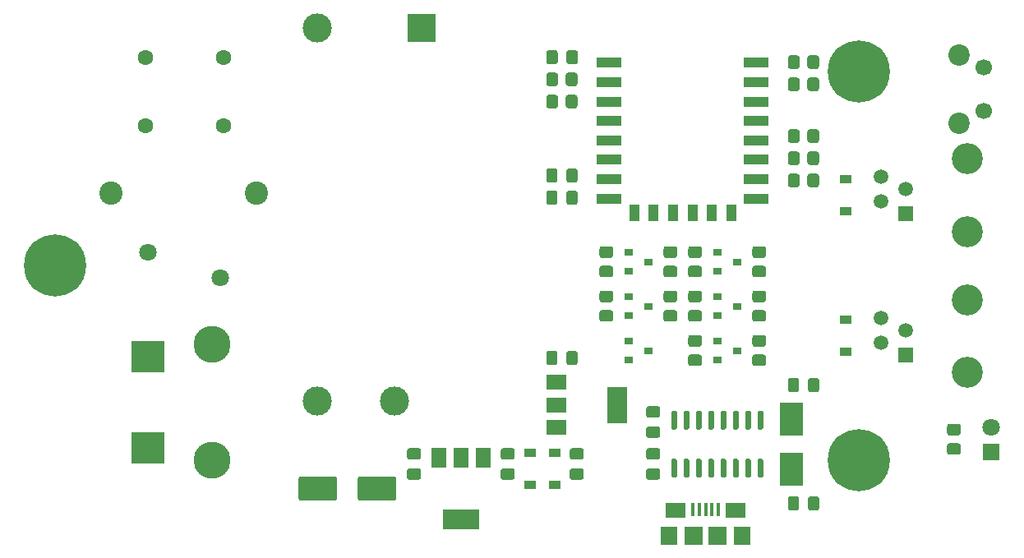
<source format=gbr>
%TF.GenerationSoftware,KiCad,Pcbnew,(5.1.9)-1*%
%TF.CreationDate,2021-08-08T17:51:26+03:00*%
%TF.ProjectId,ESP8266DevBoard,45535038-3236-4364-9465-76426f617264,1.0*%
%TF.SameCoordinates,Original*%
%TF.FileFunction,Soldermask,Top*%
%TF.FilePolarity,Negative*%
%FSLAX46Y46*%
G04 Gerber Fmt 4.6, Leading zero omitted, Abs format (unit mm)*
G04 Created by KiCad (PCBNEW (5.1.9)-1) date 2021-08-08 17:51:26*
%MOMM*%
%LPD*%
G01*
G04 APERTURE LIST*
%ADD10C,0.100000*%
%ADD11C,3.200000*%
%ADD12C,1.500000*%
%ADD13R,1.500000X1.500000*%
%ADD14C,6.400000*%
%ADD15R,2.400000X3.500000*%
%ADD16R,2.000000X1.500000*%
%ADD17R,2.000000X3.800000*%
%ADD18R,1.500000X2.000000*%
%ADD19R,3.800000X2.000000*%
%ADD20R,2.500000X1.000000*%
%ADD21R,1.000000X1.800000*%
%ADD22C,1.700000*%
%ADD23C,2.200000*%
%ADD24C,1.800000*%
%ADD25R,0.900000X0.800000*%
%ADD26R,3.000000X3.000000*%
%ADD27C,3.000000*%
%ADD28C,1.600000*%
%ADD29C,3.800000*%
%ADD30R,1.800000X1.900000*%
%ADD31R,1.900000X1.900000*%
%ADD32R,0.400000X1.350000*%
%ADD33R,2.100000X1.600000*%
%ADD34R,3.430000X3.250000*%
%ADD35R,1.200000X0.900000*%
%ADD36R,1.800000X1.800000*%
%ADD37C,2.400000*%
G04 APERTURE END LIST*
D10*
%TO.C,SW1*%
X198795000Y-48280000D02*
G75*
G03*
X198795000Y-48280000I-635000J0D01*
G01*
X198795000Y-55280000D02*
G75*
G03*
X198795000Y-55280000I-635000J0D01*
G01*
X201104500Y-54030000D02*
G75*
G03*
X201104500Y-54030000I-444500J0D01*
G01*
X201104500Y-49530000D02*
G75*
G03*
X201104500Y-49530000I-444500J0D01*
G01*
%TD*%
D11*
%TO.C,J2*%
X199000000Y-73500000D03*
X199000000Y-81000000D03*
D12*
X190110000Y-75345000D03*
X192650000Y-76615000D03*
X190110000Y-77885000D03*
D13*
X192650000Y-79155000D03*
%TD*%
D11*
%TO.C,J3*%
X199000000Y-59000000D03*
X199000000Y-66500000D03*
D12*
X190110000Y-60845000D03*
X192650000Y-62115000D03*
X190110000Y-63385000D03*
D13*
X192650000Y-64655000D03*
%TD*%
D14*
%TO.C,H1*%
X105050000Y-70000000D03*
%TD*%
%TO.C,H3*%
X187800000Y-50000000D03*
%TD*%
%TO.C,H2*%
X187800000Y-90000000D03*
%TD*%
D15*
%TO.C,Y1*%
X180848000Y-90992000D03*
X180848000Y-85792000D03*
%TD*%
D16*
%TO.C,U4*%
X156616000Y-82028000D03*
X156616000Y-86628000D03*
X156616000Y-84328000D03*
D17*
X162916000Y-84328000D03*
%TD*%
D18*
%TO.C,U3*%
X149112000Y-89814000D03*
X144512000Y-89814000D03*
X146812000Y-89814000D03*
D19*
X146812000Y-96114000D03*
%TD*%
%TO.C,U2*%
G36*
G01*
X168933000Y-86892000D02*
X168633000Y-86892000D01*
G75*
G02*
X168483000Y-86742000I0J150000D01*
G01*
X168483000Y-85092000D01*
G75*
G02*
X168633000Y-84942000I150000J0D01*
G01*
X168933000Y-84942000D01*
G75*
G02*
X169083000Y-85092000I0J-150000D01*
G01*
X169083000Y-86742000D01*
G75*
G02*
X168933000Y-86892000I-150000J0D01*
G01*
G37*
G36*
G01*
X170203000Y-86892000D02*
X169903000Y-86892000D01*
G75*
G02*
X169753000Y-86742000I0J150000D01*
G01*
X169753000Y-85092000D01*
G75*
G02*
X169903000Y-84942000I150000J0D01*
G01*
X170203000Y-84942000D01*
G75*
G02*
X170353000Y-85092000I0J-150000D01*
G01*
X170353000Y-86742000D01*
G75*
G02*
X170203000Y-86892000I-150000J0D01*
G01*
G37*
G36*
G01*
X171473000Y-86892000D02*
X171173000Y-86892000D01*
G75*
G02*
X171023000Y-86742000I0J150000D01*
G01*
X171023000Y-85092000D01*
G75*
G02*
X171173000Y-84942000I150000J0D01*
G01*
X171473000Y-84942000D01*
G75*
G02*
X171623000Y-85092000I0J-150000D01*
G01*
X171623000Y-86742000D01*
G75*
G02*
X171473000Y-86892000I-150000J0D01*
G01*
G37*
G36*
G01*
X172743000Y-86892000D02*
X172443000Y-86892000D01*
G75*
G02*
X172293000Y-86742000I0J150000D01*
G01*
X172293000Y-85092000D01*
G75*
G02*
X172443000Y-84942000I150000J0D01*
G01*
X172743000Y-84942000D01*
G75*
G02*
X172893000Y-85092000I0J-150000D01*
G01*
X172893000Y-86742000D01*
G75*
G02*
X172743000Y-86892000I-150000J0D01*
G01*
G37*
G36*
G01*
X174013000Y-86892000D02*
X173713000Y-86892000D01*
G75*
G02*
X173563000Y-86742000I0J150000D01*
G01*
X173563000Y-85092000D01*
G75*
G02*
X173713000Y-84942000I150000J0D01*
G01*
X174013000Y-84942000D01*
G75*
G02*
X174163000Y-85092000I0J-150000D01*
G01*
X174163000Y-86742000D01*
G75*
G02*
X174013000Y-86892000I-150000J0D01*
G01*
G37*
G36*
G01*
X175283000Y-86892000D02*
X174983000Y-86892000D01*
G75*
G02*
X174833000Y-86742000I0J150000D01*
G01*
X174833000Y-85092000D01*
G75*
G02*
X174983000Y-84942000I150000J0D01*
G01*
X175283000Y-84942000D01*
G75*
G02*
X175433000Y-85092000I0J-150000D01*
G01*
X175433000Y-86742000D01*
G75*
G02*
X175283000Y-86892000I-150000J0D01*
G01*
G37*
G36*
G01*
X176553000Y-86892000D02*
X176253000Y-86892000D01*
G75*
G02*
X176103000Y-86742000I0J150000D01*
G01*
X176103000Y-85092000D01*
G75*
G02*
X176253000Y-84942000I150000J0D01*
G01*
X176553000Y-84942000D01*
G75*
G02*
X176703000Y-85092000I0J-150000D01*
G01*
X176703000Y-86742000D01*
G75*
G02*
X176553000Y-86892000I-150000J0D01*
G01*
G37*
G36*
G01*
X177823000Y-86892000D02*
X177523000Y-86892000D01*
G75*
G02*
X177373000Y-86742000I0J150000D01*
G01*
X177373000Y-85092000D01*
G75*
G02*
X177523000Y-84942000I150000J0D01*
G01*
X177823000Y-84942000D01*
G75*
G02*
X177973000Y-85092000I0J-150000D01*
G01*
X177973000Y-86742000D01*
G75*
G02*
X177823000Y-86892000I-150000J0D01*
G01*
G37*
G36*
G01*
X177823000Y-91842000D02*
X177523000Y-91842000D01*
G75*
G02*
X177373000Y-91692000I0J150000D01*
G01*
X177373000Y-90042000D01*
G75*
G02*
X177523000Y-89892000I150000J0D01*
G01*
X177823000Y-89892000D01*
G75*
G02*
X177973000Y-90042000I0J-150000D01*
G01*
X177973000Y-91692000D01*
G75*
G02*
X177823000Y-91842000I-150000J0D01*
G01*
G37*
G36*
G01*
X176553000Y-91842000D02*
X176253000Y-91842000D01*
G75*
G02*
X176103000Y-91692000I0J150000D01*
G01*
X176103000Y-90042000D01*
G75*
G02*
X176253000Y-89892000I150000J0D01*
G01*
X176553000Y-89892000D01*
G75*
G02*
X176703000Y-90042000I0J-150000D01*
G01*
X176703000Y-91692000D01*
G75*
G02*
X176553000Y-91842000I-150000J0D01*
G01*
G37*
G36*
G01*
X175283000Y-91842000D02*
X174983000Y-91842000D01*
G75*
G02*
X174833000Y-91692000I0J150000D01*
G01*
X174833000Y-90042000D01*
G75*
G02*
X174983000Y-89892000I150000J0D01*
G01*
X175283000Y-89892000D01*
G75*
G02*
X175433000Y-90042000I0J-150000D01*
G01*
X175433000Y-91692000D01*
G75*
G02*
X175283000Y-91842000I-150000J0D01*
G01*
G37*
G36*
G01*
X174013000Y-91842000D02*
X173713000Y-91842000D01*
G75*
G02*
X173563000Y-91692000I0J150000D01*
G01*
X173563000Y-90042000D01*
G75*
G02*
X173713000Y-89892000I150000J0D01*
G01*
X174013000Y-89892000D01*
G75*
G02*
X174163000Y-90042000I0J-150000D01*
G01*
X174163000Y-91692000D01*
G75*
G02*
X174013000Y-91842000I-150000J0D01*
G01*
G37*
G36*
G01*
X172743000Y-91842000D02*
X172443000Y-91842000D01*
G75*
G02*
X172293000Y-91692000I0J150000D01*
G01*
X172293000Y-90042000D01*
G75*
G02*
X172443000Y-89892000I150000J0D01*
G01*
X172743000Y-89892000D01*
G75*
G02*
X172893000Y-90042000I0J-150000D01*
G01*
X172893000Y-91692000D01*
G75*
G02*
X172743000Y-91842000I-150000J0D01*
G01*
G37*
G36*
G01*
X171473000Y-91842000D02*
X171173000Y-91842000D01*
G75*
G02*
X171023000Y-91692000I0J150000D01*
G01*
X171023000Y-90042000D01*
G75*
G02*
X171173000Y-89892000I150000J0D01*
G01*
X171473000Y-89892000D01*
G75*
G02*
X171623000Y-90042000I0J-150000D01*
G01*
X171623000Y-91692000D01*
G75*
G02*
X171473000Y-91842000I-150000J0D01*
G01*
G37*
G36*
G01*
X170203000Y-91842000D02*
X169903000Y-91842000D01*
G75*
G02*
X169753000Y-91692000I0J150000D01*
G01*
X169753000Y-90042000D01*
G75*
G02*
X169903000Y-89892000I150000J0D01*
G01*
X170203000Y-89892000D01*
G75*
G02*
X170353000Y-90042000I0J-150000D01*
G01*
X170353000Y-91692000D01*
G75*
G02*
X170203000Y-91842000I-150000J0D01*
G01*
G37*
G36*
G01*
X168933000Y-91842000D02*
X168633000Y-91842000D01*
G75*
G02*
X168483000Y-91692000I0J150000D01*
G01*
X168483000Y-90042000D01*
G75*
G02*
X168633000Y-89892000I150000J0D01*
G01*
X168933000Y-89892000D01*
G75*
G02*
X169083000Y-90042000I0J-150000D01*
G01*
X169083000Y-91692000D01*
G75*
G02*
X168933000Y-91842000I-150000J0D01*
G01*
G37*
%TD*%
D20*
%TO.C,U1*%
X177272000Y-49078000D03*
X177272000Y-51078000D03*
X177272000Y-53078000D03*
X177272000Y-55078000D03*
X177272000Y-57078000D03*
X177272000Y-59078000D03*
X177272000Y-61078000D03*
X177272000Y-63078000D03*
D21*
X174672000Y-64578000D03*
X172672000Y-64578000D03*
X170672000Y-64578000D03*
X168672000Y-64578000D03*
X166672000Y-64578000D03*
X164672000Y-64578000D03*
D20*
X162072000Y-63078000D03*
X162072000Y-61078000D03*
X162072000Y-59078000D03*
X162072000Y-57078000D03*
X162072000Y-55078000D03*
X162072000Y-53078000D03*
X162072000Y-51078000D03*
X162072000Y-49078000D03*
%TD*%
D22*
%TO.C,SW1*%
X200660000Y-49530000D03*
X200660000Y-54030000D03*
D23*
X198160000Y-48280000D03*
X198160000Y-55280000D03*
%TD*%
D24*
%TO.C,RV1*%
X122054000Y-71280000D03*
X114554000Y-68580000D03*
%TD*%
%TO.C,R18*%
G36*
G01*
X161347999Y-74568000D02*
X162248001Y-74568000D01*
G75*
G02*
X162498000Y-74817999I0J-249999D01*
G01*
X162498000Y-75518001D01*
G75*
G02*
X162248001Y-75768000I-249999J0D01*
G01*
X161347999Y-75768000D01*
G75*
G02*
X161098000Y-75518001I0J249999D01*
G01*
X161098000Y-74817999D01*
G75*
G02*
X161347999Y-74568000I249999J0D01*
G01*
G37*
G36*
G01*
X161347999Y-72568000D02*
X162248001Y-72568000D01*
G75*
G02*
X162498000Y-72817999I0J-249999D01*
G01*
X162498000Y-73518001D01*
G75*
G02*
X162248001Y-73768000I-249999J0D01*
G01*
X161347999Y-73768000D01*
G75*
G02*
X161098000Y-73518001I0J249999D01*
G01*
X161098000Y-72817999D01*
G75*
G02*
X161347999Y-72568000I249999J0D01*
G01*
G37*
%TD*%
%TO.C,R17*%
G36*
G01*
X167951999Y-74568000D02*
X168852001Y-74568000D01*
G75*
G02*
X169102000Y-74817999I0J-249999D01*
G01*
X169102000Y-75518001D01*
G75*
G02*
X168852001Y-75768000I-249999J0D01*
G01*
X167951999Y-75768000D01*
G75*
G02*
X167702000Y-75518001I0J249999D01*
G01*
X167702000Y-74817999D01*
G75*
G02*
X167951999Y-74568000I249999J0D01*
G01*
G37*
G36*
G01*
X167951999Y-72568000D02*
X168852001Y-72568000D01*
G75*
G02*
X169102000Y-72817999I0J-249999D01*
G01*
X169102000Y-73518001D01*
G75*
G02*
X168852001Y-73768000I-249999J0D01*
G01*
X167951999Y-73768000D01*
G75*
G02*
X167702000Y-73518001I0J249999D01*
G01*
X167702000Y-72817999D01*
G75*
G02*
X167951999Y-72568000I249999J0D01*
G01*
G37*
%TD*%
%TO.C,R16*%
G36*
G01*
X161347999Y-69996000D02*
X162248001Y-69996000D01*
G75*
G02*
X162498000Y-70245999I0J-249999D01*
G01*
X162498000Y-70946001D01*
G75*
G02*
X162248001Y-71196000I-249999J0D01*
G01*
X161347999Y-71196000D01*
G75*
G02*
X161098000Y-70946001I0J249999D01*
G01*
X161098000Y-70245999D01*
G75*
G02*
X161347999Y-69996000I249999J0D01*
G01*
G37*
G36*
G01*
X161347999Y-67996000D02*
X162248001Y-67996000D01*
G75*
G02*
X162498000Y-68245999I0J-249999D01*
G01*
X162498000Y-68946001D01*
G75*
G02*
X162248001Y-69196000I-249999J0D01*
G01*
X161347999Y-69196000D01*
G75*
G02*
X161098000Y-68946001I0J249999D01*
G01*
X161098000Y-68245999D01*
G75*
G02*
X161347999Y-67996000I249999J0D01*
G01*
G37*
%TD*%
%TO.C,R15*%
G36*
G01*
X167951999Y-69996000D02*
X168852001Y-69996000D01*
G75*
G02*
X169102000Y-70245999I0J-249999D01*
G01*
X169102000Y-70946001D01*
G75*
G02*
X168852001Y-71196000I-249999J0D01*
G01*
X167951999Y-71196000D01*
G75*
G02*
X167702000Y-70946001I0J249999D01*
G01*
X167702000Y-70245999D01*
G75*
G02*
X167951999Y-69996000I249999J0D01*
G01*
G37*
G36*
G01*
X167951999Y-67996000D02*
X168852001Y-67996000D01*
G75*
G02*
X169102000Y-68245999I0J-249999D01*
G01*
X169102000Y-68946001D01*
G75*
G02*
X168852001Y-69196000I-249999J0D01*
G01*
X167951999Y-69196000D01*
G75*
G02*
X167702000Y-68946001I0J249999D01*
G01*
X167702000Y-68245999D01*
G75*
G02*
X167951999Y-67996000I249999J0D01*
G01*
G37*
%TD*%
%TO.C,R14*%
G36*
G01*
X198062001Y-87484000D02*
X197161999Y-87484000D01*
G75*
G02*
X196912000Y-87234001I0J249999D01*
G01*
X196912000Y-86533999D01*
G75*
G02*
X197161999Y-86284000I249999J0D01*
G01*
X198062001Y-86284000D01*
G75*
G02*
X198312000Y-86533999I0J-249999D01*
G01*
X198312000Y-87234001D01*
G75*
G02*
X198062001Y-87484000I-249999J0D01*
G01*
G37*
G36*
G01*
X198062001Y-89484000D02*
X197161999Y-89484000D01*
G75*
G02*
X196912000Y-89234001I0J249999D01*
G01*
X196912000Y-88533999D01*
G75*
G02*
X197161999Y-88284000I249999J0D01*
G01*
X198062001Y-88284000D01*
G75*
G02*
X198312000Y-88533999I0J-249999D01*
G01*
X198312000Y-89234001D01*
G75*
G02*
X198062001Y-89484000I-249999J0D01*
G01*
G37*
%TD*%
%TO.C,R13*%
G36*
G01*
X170491999Y-74568000D02*
X171392001Y-74568000D01*
G75*
G02*
X171642000Y-74817999I0J-249999D01*
G01*
X171642000Y-75518001D01*
G75*
G02*
X171392001Y-75768000I-249999J0D01*
G01*
X170491999Y-75768000D01*
G75*
G02*
X170242000Y-75518001I0J249999D01*
G01*
X170242000Y-74817999D01*
G75*
G02*
X170491999Y-74568000I249999J0D01*
G01*
G37*
G36*
G01*
X170491999Y-72568000D02*
X171392001Y-72568000D01*
G75*
G02*
X171642000Y-72817999I0J-249999D01*
G01*
X171642000Y-73518001D01*
G75*
G02*
X171392001Y-73768000I-249999J0D01*
G01*
X170491999Y-73768000D01*
G75*
G02*
X170242000Y-73518001I0J249999D01*
G01*
X170242000Y-72817999D01*
G75*
G02*
X170491999Y-72568000I249999J0D01*
G01*
G37*
%TD*%
%TO.C,R12*%
G36*
G01*
X177095999Y-74568000D02*
X177996001Y-74568000D01*
G75*
G02*
X178246000Y-74817999I0J-249999D01*
G01*
X178246000Y-75518001D01*
G75*
G02*
X177996001Y-75768000I-249999J0D01*
G01*
X177095999Y-75768000D01*
G75*
G02*
X176846000Y-75518001I0J249999D01*
G01*
X176846000Y-74817999D01*
G75*
G02*
X177095999Y-74568000I249999J0D01*
G01*
G37*
G36*
G01*
X177095999Y-72568000D02*
X177996001Y-72568000D01*
G75*
G02*
X178246000Y-72817999I0J-249999D01*
G01*
X178246000Y-73518001D01*
G75*
G02*
X177996001Y-73768000I-249999J0D01*
G01*
X177095999Y-73768000D01*
G75*
G02*
X176846000Y-73518001I0J249999D01*
G01*
X176846000Y-72817999D01*
G75*
G02*
X177095999Y-72568000I249999J0D01*
G01*
G37*
%TD*%
%TO.C,R11*%
G36*
G01*
X170491999Y-69996000D02*
X171392001Y-69996000D01*
G75*
G02*
X171642000Y-70245999I0J-249999D01*
G01*
X171642000Y-70946001D01*
G75*
G02*
X171392001Y-71196000I-249999J0D01*
G01*
X170491999Y-71196000D01*
G75*
G02*
X170242000Y-70946001I0J249999D01*
G01*
X170242000Y-70245999D01*
G75*
G02*
X170491999Y-69996000I249999J0D01*
G01*
G37*
G36*
G01*
X170491999Y-67996000D02*
X171392001Y-67996000D01*
G75*
G02*
X171642000Y-68245999I0J-249999D01*
G01*
X171642000Y-68946001D01*
G75*
G02*
X171392001Y-69196000I-249999J0D01*
G01*
X170491999Y-69196000D01*
G75*
G02*
X170242000Y-68946001I0J249999D01*
G01*
X170242000Y-68245999D01*
G75*
G02*
X170491999Y-67996000I249999J0D01*
G01*
G37*
%TD*%
%TO.C,R10*%
G36*
G01*
X177095999Y-69996000D02*
X177996001Y-69996000D01*
G75*
G02*
X178246000Y-70245999I0J-249999D01*
G01*
X178246000Y-70946001D01*
G75*
G02*
X177996001Y-71196000I-249999J0D01*
G01*
X177095999Y-71196000D01*
G75*
G02*
X176846000Y-70946001I0J249999D01*
G01*
X176846000Y-70245999D01*
G75*
G02*
X177095999Y-69996000I249999J0D01*
G01*
G37*
G36*
G01*
X177095999Y-67996000D02*
X177996001Y-67996000D01*
G75*
G02*
X178246000Y-68245999I0J-249999D01*
G01*
X178246000Y-68946001D01*
G75*
G02*
X177996001Y-69196000I-249999J0D01*
G01*
X177095999Y-69196000D01*
G75*
G02*
X176846000Y-68946001I0J249999D01*
G01*
X176846000Y-68245999D01*
G75*
G02*
X177095999Y-67996000I249999J0D01*
G01*
G37*
%TD*%
%TO.C,R9*%
G36*
G01*
X181718000Y-48571999D02*
X181718000Y-49472001D01*
G75*
G02*
X181468001Y-49722000I-249999J0D01*
G01*
X180767999Y-49722000D01*
G75*
G02*
X180518000Y-49472001I0J249999D01*
G01*
X180518000Y-48571999D01*
G75*
G02*
X180767999Y-48322000I249999J0D01*
G01*
X181468001Y-48322000D01*
G75*
G02*
X181718000Y-48571999I0J-249999D01*
G01*
G37*
G36*
G01*
X183718000Y-48571999D02*
X183718000Y-49472001D01*
G75*
G02*
X183468001Y-49722000I-249999J0D01*
G01*
X182767999Y-49722000D01*
G75*
G02*
X182518000Y-49472001I0J249999D01*
G01*
X182518000Y-48571999D01*
G75*
G02*
X182767999Y-48322000I249999J0D01*
G01*
X183468001Y-48322000D01*
G75*
G02*
X183718000Y-48571999I0J-249999D01*
G01*
G37*
%TD*%
%TO.C,R8*%
G36*
G01*
X181718000Y-50857999D02*
X181718000Y-51758001D01*
G75*
G02*
X181468001Y-52008000I-249999J0D01*
G01*
X180767999Y-52008000D01*
G75*
G02*
X180518000Y-51758001I0J249999D01*
G01*
X180518000Y-50857999D01*
G75*
G02*
X180767999Y-50608000I249999J0D01*
G01*
X181468001Y-50608000D01*
G75*
G02*
X181718000Y-50857999I0J-249999D01*
G01*
G37*
G36*
G01*
X183718000Y-50857999D02*
X183718000Y-51758001D01*
G75*
G02*
X183468001Y-52008000I-249999J0D01*
G01*
X182767999Y-52008000D01*
G75*
G02*
X182518000Y-51758001I0J249999D01*
G01*
X182518000Y-50857999D01*
G75*
G02*
X182767999Y-50608000I249999J0D01*
G01*
X183468001Y-50608000D01*
G75*
G02*
X183718000Y-50857999I0J-249999D01*
G01*
G37*
%TD*%
%TO.C,R7*%
G36*
G01*
X181718000Y-60763999D02*
X181718000Y-61664001D01*
G75*
G02*
X181468001Y-61914000I-249999J0D01*
G01*
X180767999Y-61914000D01*
G75*
G02*
X180518000Y-61664001I0J249999D01*
G01*
X180518000Y-60763999D01*
G75*
G02*
X180767999Y-60514000I249999J0D01*
G01*
X181468001Y-60514000D01*
G75*
G02*
X181718000Y-60763999I0J-249999D01*
G01*
G37*
G36*
G01*
X183718000Y-60763999D02*
X183718000Y-61664001D01*
G75*
G02*
X183468001Y-61914000I-249999J0D01*
G01*
X182767999Y-61914000D01*
G75*
G02*
X182518000Y-61664001I0J249999D01*
G01*
X182518000Y-60763999D01*
G75*
G02*
X182767999Y-60514000I249999J0D01*
G01*
X183468001Y-60514000D01*
G75*
G02*
X183718000Y-60763999I0J-249999D01*
G01*
G37*
%TD*%
%TO.C,R6*%
G36*
G01*
X171392001Y-78340000D02*
X170491999Y-78340000D01*
G75*
G02*
X170242000Y-78090001I0J249999D01*
G01*
X170242000Y-77389999D01*
G75*
G02*
X170491999Y-77140000I249999J0D01*
G01*
X171392001Y-77140000D01*
G75*
G02*
X171642000Y-77389999I0J-249999D01*
G01*
X171642000Y-78090001D01*
G75*
G02*
X171392001Y-78340000I-249999J0D01*
G01*
G37*
G36*
G01*
X171392001Y-80340000D02*
X170491999Y-80340000D01*
G75*
G02*
X170242000Y-80090001I0J249999D01*
G01*
X170242000Y-79389999D01*
G75*
G02*
X170491999Y-79140000I249999J0D01*
G01*
X171392001Y-79140000D01*
G75*
G02*
X171642000Y-79389999I0J-249999D01*
G01*
X171642000Y-80090001D01*
G75*
G02*
X171392001Y-80340000I-249999J0D01*
G01*
G37*
%TD*%
%TO.C,R5*%
G36*
G01*
X181718000Y-58477999D02*
X181718000Y-59378001D01*
G75*
G02*
X181468001Y-59628000I-249999J0D01*
G01*
X180767999Y-59628000D01*
G75*
G02*
X180518000Y-59378001I0J249999D01*
G01*
X180518000Y-58477999D01*
G75*
G02*
X180767999Y-58228000I249999J0D01*
G01*
X181468001Y-58228000D01*
G75*
G02*
X181718000Y-58477999I0J-249999D01*
G01*
G37*
G36*
G01*
X183718000Y-58477999D02*
X183718000Y-59378001D01*
G75*
G02*
X183468001Y-59628000I-249999J0D01*
G01*
X182767999Y-59628000D01*
G75*
G02*
X182518000Y-59378001I0J249999D01*
G01*
X182518000Y-58477999D01*
G75*
G02*
X182767999Y-58228000I249999J0D01*
G01*
X183468001Y-58228000D01*
G75*
G02*
X183718000Y-58477999I0J-249999D01*
G01*
G37*
%TD*%
%TO.C,R4*%
G36*
G01*
X181718000Y-56191999D02*
X181718000Y-57092001D01*
G75*
G02*
X181468001Y-57342000I-249999J0D01*
G01*
X180767999Y-57342000D01*
G75*
G02*
X180518000Y-57092001I0J249999D01*
G01*
X180518000Y-56191999D01*
G75*
G02*
X180767999Y-55942000I249999J0D01*
G01*
X181468001Y-55942000D01*
G75*
G02*
X181718000Y-56191999I0J-249999D01*
G01*
G37*
G36*
G01*
X183718000Y-56191999D02*
X183718000Y-57092001D01*
G75*
G02*
X183468001Y-57342000I-249999J0D01*
G01*
X182767999Y-57342000D01*
G75*
G02*
X182518000Y-57092001I0J249999D01*
G01*
X182518000Y-56191999D01*
G75*
G02*
X182767999Y-55942000I249999J0D01*
G01*
X183468001Y-55942000D01*
G75*
G02*
X183718000Y-56191999I0J-249999D01*
G01*
G37*
%TD*%
%TO.C,R3*%
G36*
G01*
X157626000Y-51250001D02*
X157626000Y-50349999D01*
G75*
G02*
X157875999Y-50100000I249999J0D01*
G01*
X158576001Y-50100000D01*
G75*
G02*
X158826000Y-50349999I0J-249999D01*
G01*
X158826000Y-51250001D01*
G75*
G02*
X158576001Y-51500000I-249999J0D01*
G01*
X157875999Y-51500000D01*
G75*
G02*
X157626000Y-51250001I0J249999D01*
G01*
G37*
G36*
G01*
X155626000Y-51250001D02*
X155626000Y-50349999D01*
G75*
G02*
X155875999Y-50100000I249999J0D01*
G01*
X156576001Y-50100000D01*
G75*
G02*
X156826000Y-50349999I0J-249999D01*
G01*
X156826000Y-51250001D01*
G75*
G02*
X156576001Y-51500000I-249999J0D01*
G01*
X155875999Y-51500000D01*
G75*
G02*
X155626000Y-51250001I0J249999D01*
G01*
G37*
%TD*%
%TO.C,R2*%
G36*
G01*
X177996001Y-78340000D02*
X177095999Y-78340000D01*
G75*
G02*
X176846000Y-78090001I0J249999D01*
G01*
X176846000Y-77389999D01*
G75*
G02*
X177095999Y-77140000I249999J0D01*
G01*
X177996001Y-77140000D01*
G75*
G02*
X178246000Y-77389999I0J-249999D01*
G01*
X178246000Y-78090001D01*
G75*
G02*
X177996001Y-78340000I-249999J0D01*
G01*
G37*
G36*
G01*
X177996001Y-80340000D02*
X177095999Y-80340000D01*
G75*
G02*
X176846000Y-80090001I0J249999D01*
G01*
X176846000Y-79389999D01*
G75*
G02*
X177095999Y-79140000I249999J0D01*
G01*
X177996001Y-79140000D01*
G75*
G02*
X178246000Y-79389999I0J-249999D01*
G01*
X178246000Y-80090001D01*
G75*
G02*
X177996001Y-80340000I-249999J0D01*
G01*
G37*
%TD*%
%TO.C,R1*%
G36*
G01*
X157626000Y-53536001D02*
X157626000Y-52635999D01*
G75*
G02*
X157875999Y-52386000I249999J0D01*
G01*
X158576001Y-52386000D01*
G75*
G02*
X158826000Y-52635999I0J-249999D01*
G01*
X158826000Y-53536001D01*
G75*
G02*
X158576001Y-53786000I-249999J0D01*
G01*
X157875999Y-53786000D01*
G75*
G02*
X157626000Y-53536001I0J249999D01*
G01*
G37*
G36*
G01*
X155626000Y-53536001D02*
X155626000Y-52635999D01*
G75*
G02*
X155875999Y-52386000I249999J0D01*
G01*
X156576001Y-52386000D01*
G75*
G02*
X156826000Y-52635999I0J-249999D01*
G01*
X156826000Y-53536001D01*
G75*
G02*
X156576001Y-53786000I-249999J0D01*
G01*
X155875999Y-53786000D01*
G75*
G02*
X155626000Y-53536001I0J249999D01*
G01*
G37*
%TD*%
D25*
%TO.C,Q6*%
X166100000Y-74168000D03*
X164100000Y-75118000D03*
X164100000Y-73218000D03*
%TD*%
%TO.C,Q5*%
X166100000Y-69596000D03*
X164100000Y-70546000D03*
X164100000Y-68646000D03*
%TD*%
%TO.C,Q4*%
X175244000Y-74168000D03*
X173244000Y-75118000D03*
X173244000Y-73218000D03*
%TD*%
%TO.C,Q3*%
X175244000Y-69596000D03*
X173244000Y-70546000D03*
X173244000Y-68646000D03*
%TD*%
%TO.C,Q2*%
X175244000Y-78740000D03*
X173244000Y-79690000D03*
X173244000Y-77790000D03*
%TD*%
%TO.C,Q1*%
X166100000Y-78740000D03*
X164100000Y-79690000D03*
X164100000Y-77790000D03*
%TD*%
D26*
%TO.C,PS1*%
X142748000Y-45466000D03*
D27*
X139998000Y-83966000D03*
X131998000Y-45466000D03*
X131998000Y-83966000D03*
%TD*%
D28*
%TO.C,L1*%
X114364000Y-55570000D03*
X114364000Y-48570000D03*
X122364000Y-48570000D03*
X122364000Y-55570000D03*
%TD*%
D29*
%TO.C,J4*%
X121158000Y-78074000D03*
X121158000Y-90074000D03*
%TD*%
D30*
%TO.C,J1*%
X168228000Y-97790000D03*
X175828000Y-97790000D03*
D31*
X170828000Y-97790000D03*
X173228000Y-97790000D03*
D32*
X170728000Y-95115000D03*
X171378000Y-95115000D03*
X172028000Y-95115000D03*
X172678000Y-95115000D03*
X173328000Y-95115000D03*
D33*
X168928000Y-95240000D03*
X175128000Y-95240000D03*
%TD*%
D34*
%TO.C,F1*%
X114554000Y-88749000D03*
X114554000Y-79399000D03*
%TD*%
D35*
%TO.C,D5*%
X153924000Y-92582000D03*
X153924000Y-89282000D03*
%TD*%
%TO.C,D4*%
X186436000Y-61088000D03*
X186436000Y-64388000D03*
%TD*%
D24*
%TO.C,D3*%
X201422000Y-86614000D03*
D36*
X201422000Y-89154000D03*
%TD*%
D35*
%TO.C,D2*%
X186436000Y-75566000D03*
X186436000Y-78866000D03*
%TD*%
%TO.C,D1*%
X156464000Y-92582000D03*
X156464000Y-89282000D03*
%TD*%
%TO.C,C13*%
G36*
G01*
X156776000Y-79027000D02*
X156776000Y-79977000D01*
G75*
G02*
X156526000Y-80227000I-250000J0D01*
G01*
X155851000Y-80227000D01*
G75*
G02*
X155601000Y-79977000I0J250000D01*
G01*
X155601000Y-79027000D01*
G75*
G02*
X155851000Y-78777000I250000J0D01*
G01*
X156526000Y-78777000D01*
G75*
G02*
X156776000Y-79027000I0J-250000D01*
G01*
G37*
G36*
G01*
X158851000Y-79027000D02*
X158851000Y-79977000D01*
G75*
G02*
X158601000Y-80227000I-250000J0D01*
G01*
X157926000Y-80227000D01*
G75*
G02*
X157676000Y-79977000I0J250000D01*
G01*
X157676000Y-79027000D01*
G75*
G02*
X157926000Y-78777000I250000J0D01*
G01*
X158601000Y-78777000D01*
G75*
G02*
X158851000Y-79027000I0J-250000D01*
G01*
G37*
%TD*%
%TO.C,C12*%
G36*
G01*
X158275000Y-90874000D02*
X159225000Y-90874000D01*
G75*
G02*
X159475000Y-91124000I0J-250000D01*
G01*
X159475000Y-91799000D01*
G75*
G02*
X159225000Y-92049000I-250000J0D01*
G01*
X158275000Y-92049000D01*
G75*
G02*
X158025000Y-91799000I0J250000D01*
G01*
X158025000Y-91124000D01*
G75*
G02*
X158275000Y-90874000I250000J0D01*
G01*
G37*
G36*
G01*
X158275000Y-88799000D02*
X159225000Y-88799000D01*
G75*
G02*
X159475000Y-89049000I0J-250000D01*
G01*
X159475000Y-89724000D01*
G75*
G02*
X159225000Y-89974000I-250000J0D01*
G01*
X158275000Y-89974000D01*
G75*
G02*
X158025000Y-89724000I0J250000D01*
G01*
X158025000Y-89049000D01*
G75*
G02*
X158275000Y-88799000I250000J0D01*
G01*
G37*
%TD*%
%TO.C,C11*%
G36*
G01*
X152113000Y-89974000D02*
X151163000Y-89974000D01*
G75*
G02*
X150913000Y-89724000I0J250000D01*
G01*
X150913000Y-89049000D01*
G75*
G02*
X151163000Y-88799000I250000J0D01*
G01*
X152113000Y-88799000D01*
G75*
G02*
X152363000Y-89049000I0J-250000D01*
G01*
X152363000Y-89724000D01*
G75*
G02*
X152113000Y-89974000I-250000J0D01*
G01*
G37*
G36*
G01*
X152113000Y-92049000D02*
X151163000Y-92049000D01*
G75*
G02*
X150913000Y-91799000I0J250000D01*
G01*
X150913000Y-91124000D01*
G75*
G02*
X151163000Y-90874000I250000J0D01*
G01*
X152113000Y-90874000D01*
G75*
G02*
X152363000Y-91124000I0J-250000D01*
G01*
X152363000Y-91799000D01*
G75*
G02*
X152113000Y-92049000I-250000J0D01*
G01*
G37*
%TD*%
%TO.C,C10*%
G36*
G01*
X142461000Y-89974000D02*
X141511000Y-89974000D01*
G75*
G02*
X141261000Y-89724000I0J250000D01*
G01*
X141261000Y-89049000D01*
G75*
G02*
X141511000Y-88799000I250000J0D01*
G01*
X142461000Y-88799000D01*
G75*
G02*
X142711000Y-89049000I0J-250000D01*
G01*
X142711000Y-89724000D01*
G75*
G02*
X142461000Y-89974000I-250000J0D01*
G01*
G37*
G36*
G01*
X142461000Y-92049000D02*
X141511000Y-92049000D01*
G75*
G02*
X141261000Y-91799000I0J250000D01*
G01*
X141261000Y-91124000D01*
G75*
G02*
X141511000Y-90874000I250000J0D01*
G01*
X142461000Y-90874000D01*
G75*
G02*
X142711000Y-91124000I0J-250000D01*
G01*
X142711000Y-91799000D01*
G75*
G02*
X142461000Y-92049000I-250000J0D01*
G01*
G37*
%TD*%
%TO.C,C9*%
G36*
G01*
X134078000Y-91964000D02*
X134078000Y-93964000D01*
G75*
G02*
X133828000Y-94214000I-250000J0D01*
G01*
X130328000Y-94214000D01*
G75*
G02*
X130078000Y-93964000I0J250000D01*
G01*
X130078000Y-91964000D01*
G75*
G02*
X130328000Y-91714000I250000J0D01*
G01*
X133828000Y-91714000D01*
G75*
G02*
X134078000Y-91964000I0J-250000D01*
G01*
G37*
G36*
G01*
X140178000Y-91964000D02*
X140178000Y-93964000D01*
G75*
G02*
X139928000Y-94214000I-250000J0D01*
G01*
X136428000Y-94214000D01*
G75*
G02*
X136178000Y-93964000I0J250000D01*
G01*
X136178000Y-91964000D01*
G75*
G02*
X136428000Y-91714000I250000J0D01*
G01*
X139928000Y-91714000D01*
G75*
G02*
X140178000Y-91964000I0J-250000D01*
G01*
G37*
%TD*%
D37*
%TO.C,C8*%
X125744000Y-62484000D03*
X110744000Y-62484000D03*
%TD*%
%TO.C,C7*%
G36*
G01*
X182568000Y-94963000D02*
X182568000Y-94013000D01*
G75*
G02*
X182818000Y-93763000I250000J0D01*
G01*
X183493000Y-93763000D01*
G75*
G02*
X183743000Y-94013000I0J-250000D01*
G01*
X183743000Y-94963000D01*
G75*
G02*
X183493000Y-95213000I-250000J0D01*
G01*
X182818000Y-95213000D01*
G75*
G02*
X182568000Y-94963000I0J250000D01*
G01*
G37*
G36*
G01*
X180493000Y-94963000D02*
X180493000Y-94013000D01*
G75*
G02*
X180743000Y-93763000I250000J0D01*
G01*
X181418000Y-93763000D01*
G75*
G02*
X181668000Y-94013000I0J-250000D01*
G01*
X181668000Y-94963000D01*
G75*
G02*
X181418000Y-95213000I-250000J0D01*
G01*
X180743000Y-95213000D01*
G75*
G02*
X180493000Y-94963000I0J250000D01*
G01*
G37*
%TD*%
%TO.C,C6*%
G36*
G01*
X182568000Y-82771000D02*
X182568000Y-81821000D01*
G75*
G02*
X182818000Y-81571000I250000J0D01*
G01*
X183493000Y-81571000D01*
G75*
G02*
X183743000Y-81821000I0J-250000D01*
G01*
X183743000Y-82771000D01*
G75*
G02*
X183493000Y-83021000I-250000J0D01*
G01*
X182818000Y-83021000D01*
G75*
G02*
X182568000Y-82771000I0J250000D01*
G01*
G37*
G36*
G01*
X180493000Y-82771000D02*
X180493000Y-81821000D01*
G75*
G02*
X180743000Y-81571000I250000J0D01*
G01*
X181418000Y-81571000D01*
G75*
G02*
X181668000Y-81821000I0J-250000D01*
G01*
X181668000Y-82771000D01*
G75*
G02*
X181418000Y-83021000I-250000J0D01*
G01*
X180743000Y-83021000D01*
G75*
G02*
X180493000Y-82771000I0J250000D01*
G01*
G37*
%TD*%
%TO.C,C5*%
G36*
G01*
X167099000Y-85656000D02*
X166149000Y-85656000D01*
G75*
G02*
X165899000Y-85406000I0J250000D01*
G01*
X165899000Y-84731000D01*
G75*
G02*
X166149000Y-84481000I250000J0D01*
G01*
X167099000Y-84481000D01*
G75*
G02*
X167349000Y-84731000I0J-250000D01*
G01*
X167349000Y-85406000D01*
G75*
G02*
X167099000Y-85656000I-250000J0D01*
G01*
G37*
G36*
G01*
X167099000Y-87731000D02*
X166149000Y-87731000D01*
G75*
G02*
X165899000Y-87481000I0J250000D01*
G01*
X165899000Y-86806000D01*
G75*
G02*
X166149000Y-86556000I250000J0D01*
G01*
X167099000Y-86556000D01*
G75*
G02*
X167349000Y-86806000I0J-250000D01*
G01*
X167349000Y-87481000D01*
G75*
G02*
X167099000Y-87731000I-250000J0D01*
G01*
G37*
%TD*%
%TO.C,C4*%
G36*
G01*
X166149000Y-90874000D02*
X167099000Y-90874000D01*
G75*
G02*
X167349000Y-91124000I0J-250000D01*
G01*
X167349000Y-91799000D01*
G75*
G02*
X167099000Y-92049000I-250000J0D01*
G01*
X166149000Y-92049000D01*
G75*
G02*
X165899000Y-91799000I0J250000D01*
G01*
X165899000Y-91124000D01*
G75*
G02*
X166149000Y-90874000I250000J0D01*
G01*
G37*
G36*
G01*
X166149000Y-88799000D02*
X167099000Y-88799000D01*
G75*
G02*
X167349000Y-89049000I0J-250000D01*
G01*
X167349000Y-89724000D01*
G75*
G02*
X167099000Y-89974000I-250000J0D01*
G01*
X166149000Y-89974000D01*
G75*
G02*
X165899000Y-89724000I0J250000D01*
G01*
X165899000Y-89049000D01*
G75*
G02*
X166149000Y-88799000I250000J0D01*
G01*
G37*
%TD*%
%TO.C,C3*%
G36*
G01*
X156797500Y-48039000D02*
X156797500Y-48989000D01*
G75*
G02*
X156547500Y-49239000I-250000J0D01*
G01*
X155872500Y-49239000D01*
G75*
G02*
X155622500Y-48989000I0J250000D01*
G01*
X155622500Y-48039000D01*
G75*
G02*
X155872500Y-47789000I250000J0D01*
G01*
X156547500Y-47789000D01*
G75*
G02*
X156797500Y-48039000I0J-250000D01*
G01*
G37*
G36*
G01*
X158872500Y-48039000D02*
X158872500Y-48989000D01*
G75*
G02*
X158622500Y-49239000I-250000J0D01*
G01*
X157947500Y-49239000D01*
G75*
G02*
X157697500Y-48989000I0J250000D01*
G01*
X157697500Y-48039000D01*
G75*
G02*
X157947500Y-47789000I250000J0D01*
G01*
X158622500Y-47789000D01*
G75*
G02*
X158872500Y-48039000I0J-250000D01*
G01*
G37*
%TD*%
%TO.C,C2*%
G36*
G01*
X156776000Y-62517000D02*
X156776000Y-63467000D01*
G75*
G02*
X156526000Y-63717000I-250000J0D01*
G01*
X155851000Y-63717000D01*
G75*
G02*
X155601000Y-63467000I0J250000D01*
G01*
X155601000Y-62517000D01*
G75*
G02*
X155851000Y-62267000I250000J0D01*
G01*
X156526000Y-62267000D01*
G75*
G02*
X156776000Y-62517000I0J-250000D01*
G01*
G37*
G36*
G01*
X158851000Y-62517000D02*
X158851000Y-63467000D01*
G75*
G02*
X158601000Y-63717000I-250000J0D01*
G01*
X157926000Y-63717000D01*
G75*
G02*
X157676000Y-63467000I0J250000D01*
G01*
X157676000Y-62517000D01*
G75*
G02*
X157926000Y-62267000I250000J0D01*
G01*
X158601000Y-62267000D01*
G75*
G02*
X158851000Y-62517000I0J-250000D01*
G01*
G37*
%TD*%
%TO.C,C1*%
G36*
G01*
X157676000Y-61181000D02*
X157676000Y-60231000D01*
G75*
G02*
X157926000Y-59981000I250000J0D01*
G01*
X158601000Y-59981000D01*
G75*
G02*
X158851000Y-60231000I0J-250000D01*
G01*
X158851000Y-61181000D01*
G75*
G02*
X158601000Y-61431000I-250000J0D01*
G01*
X157926000Y-61431000D01*
G75*
G02*
X157676000Y-61181000I0J250000D01*
G01*
G37*
G36*
G01*
X155601000Y-61181000D02*
X155601000Y-60231000D01*
G75*
G02*
X155851000Y-59981000I250000J0D01*
G01*
X156526000Y-59981000D01*
G75*
G02*
X156776000Y-60231000I0J-250000D01*
G01*
X156776000Y-61181000D01*
G75*
G02*
X156526000Y-61431000I-250000J0D01*
G01*
X155851000Y-61431000D01*
G75*
G02*
X155601000Y-61181000I0J250000D01*
G01*
G37*
%TD*%
M02*

</source>
